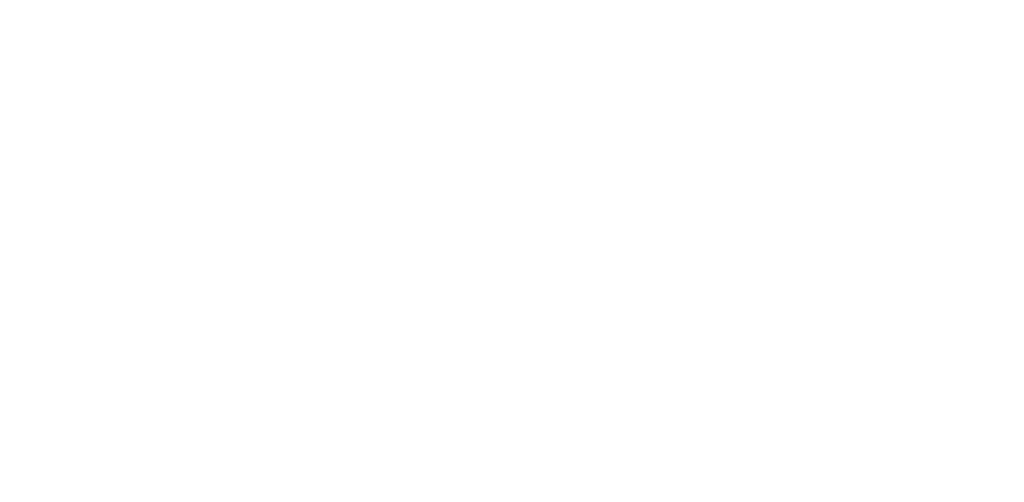
<source format=gbr>
%TF.GenerationSoftware,Altium Limited,Altium Designer,22.5.1 (42)*%
G04 Layer_Color=0*
%FSLAX26Y26*%
%MOIN*%
%TF.SameCoordinates,0DA79311-8CAD-460E-879A-7D23F4F2BAF0*%
%TF.FilePolarity,Positive*%
%TF.FileFunction,Plated,1,6,Blind,Drill*%
%TF.Part,Single*%
G01*
G75*
%TA.AperFunction,ViaDrill,NotFilled*%
%ADD40C,0.003937*%
D40*
X1525591Y4166535D02*
D03*
X1624016D02*
D03*
X4084646D02*
D03*
X4183071D02*
D03*
X6643701D02*
D03*
X6742126D02*
D03*
X6643701Y6725591D02*
D03*
X6742126D02*
D03*
X4084646D02*
D03*
X4183071D02*
D03*
X1624016D02*
D03*
X1525591D02*
D03*
%TF.MD5,a69c3313a7e3935792f81d611e10be96*%
M02*

</source>
